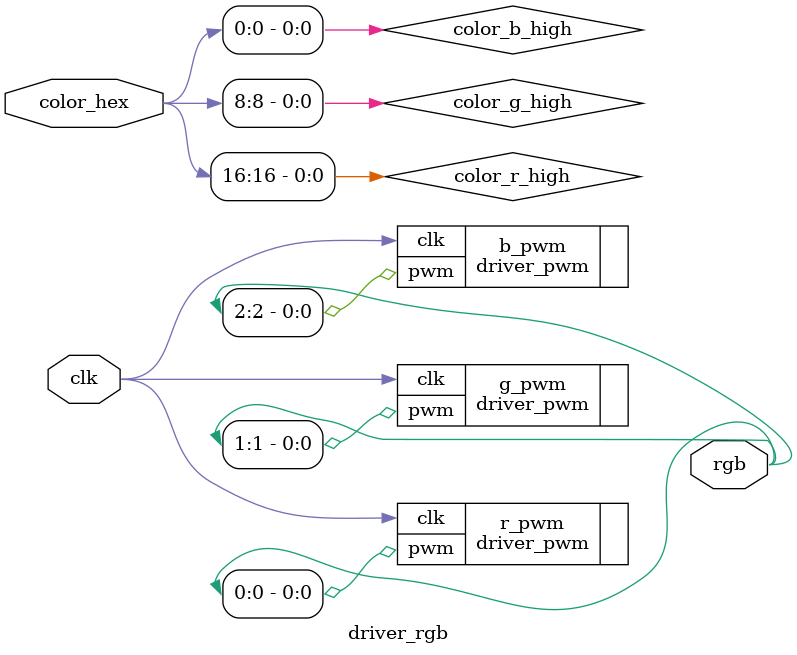
<source format=sv>
`timescale 1ns / 1ps


module driver_rgb(
    input logic [23:0] color_hex,
    input logic         clk,
    output logic [2:0] rgb
    );
    
    logic color_r_high = color_hex[23:16];
    logic color_g_high = color_hex[15:8];
    logic color_b_high = color_hex[7:0];
    
    
    driver_pwm #(8) r_pwm(
        .clk(clk),
        .pwm(rgb[0]));
    driver_pwm #(8) g_pwm(
                .clk(clk),
                .pwm(rgb[1]));    
    driver_pwm #(8) b_pwm(
                 .clk(clk),
                 .pwm(rgb[2]));   
    
endmodule

</source>
